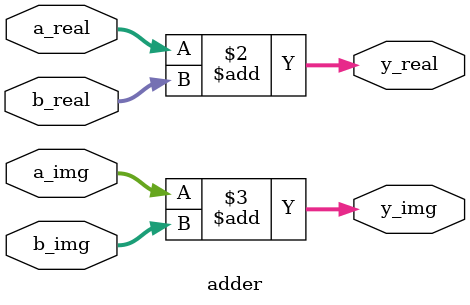
<source format=v>
`timescale 1ns / 1ps

module adder (
    input wire [7:0] a_real,
    input wire [7:0] a_img,
    input wire [7:0] b_real,
    input wire [7:0] b_img,
    output reg [7:0] y_real,
    output reg [7:0] y_img
);

always @* begin
    y_real = a_real + b_real;
    y_img = a_img + b_img;
end

endmodule

</source>
